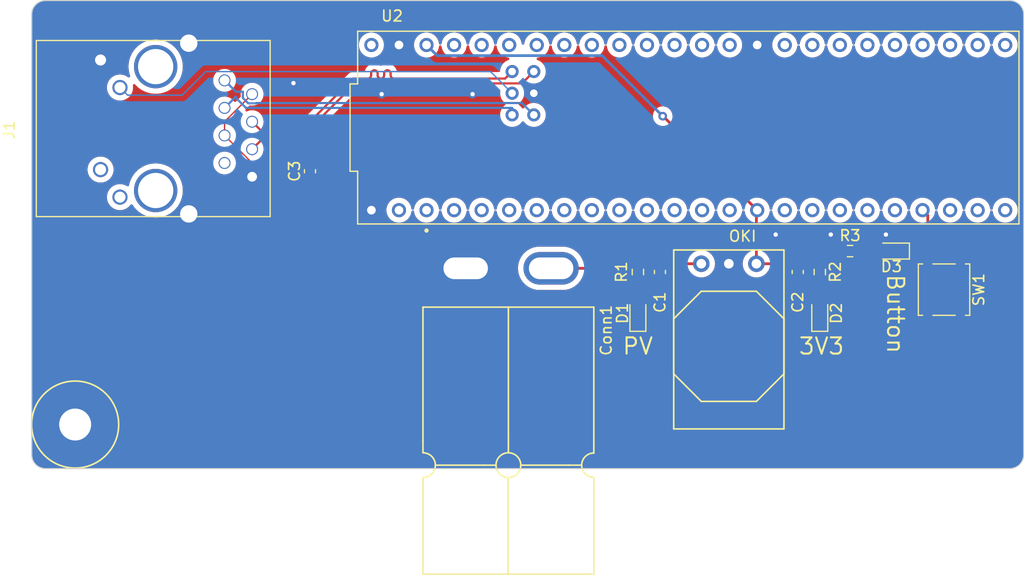
<source format=kicad_pcb>
(kicad_pcb (version 20221018) (generator pcbnew)
  (layers (0 "F.Cu" signal) (31 "B.Cu" signal) (34 "B.Paste" user) (35 "F.Paste" user) (36 "B.SilkS" user "B.Silkscreen") (37 "F.SilkS" user "F.Silkscreen") (38 "B.Mask" user) (39 "F.Mask" user) (44 "Edge.Cuts" user))
  (net 0 "")
  (net 1 "PV")
  (net 2 "GND")
  (net 3 "+3V3")
  (net 4 "Net-(C3-Pad2)")
  (net 5 "Net-(D1-A)")
  (net 6 "Net-(D2-A)")
  (net 7 "Test_Button")
  (net 8 "Net-(D3-A)")
  (net 10 "Net-(J1-Pad10)")
  (net 12 "/T+")
  (net 13 "/T-")
  (net 15 "/R+")
  (net 16 "/R-")
  (footprint "MRDT_Shields:Teensy_4_1_Ethernet" (layer "F.Cu") (at 135.456 57.44)
    (fp_text reference "U2" (at -27.305 -10.295) (layer "F.SilkS"))
    (fp_text value "Teensy4.1_DEV-16771")
    (fp_line (start -31.18 4.03) (end -31.18 -4.03) (stroke (width 0.127)) (layer "F.SilkS"))
    (fp_line (start -30.48 -8.89) (end -30.48 -4.03) (stroke (width 0.127)) (layer "F.SilkS"))
    (fp_line (start -30.48 -8.89) (end 30.48 -8.89) (stroke (width 0.127)) (layer "F.SilkS"))
    (fp_line (start -30.48 -4.03) (end -31.18 -4.03) (stroke (width 0.127)) (layer "F.SilkS"))
    (fp_line (start -30.48 4.03) (end -31.18 4.03) (stroke (width 0.127)) (layer "F.SilkS"))
    (fp_line (start -30.48 8.89) (end -30.48 4.03) (stroke (width 0.127)) (layer "F.SilkS"))
    (fp_line (start 30.48 -8.89) (end 30.48 8.89) (stroke (width 0.127)) (layer "F.SilkS"))
    (fp_line (start 30.48 8.89) (end -30.48 8.89) (stroke (width 0.127)) (layer "F.SilkS"))
    (fp_circle (center -24.13 9.5) (end -24.03 9.5) (stroke (width 0.2)) (fill none) (layer "F.SilkS"))
    (pad "0" thru_hole circle (at -26.67 7.62) (size 1.308 1.308) (drill 0.8) (layers "*.Cu" "*.Mask"))
    (pad "1" thru_hole circle (at -24.13 7.62) (size 1.308 1.308) (drill 0.8) (layers "*.Cu" "*.Mask"))
    (pad "2" thru_hole circle (at -21.59 7.62) (size 1.308 1.308) (drill 0.8) (layers "*.Cu" "*.Mask"))
    (pad "3" thru_hole circle (at -19.05 7.62) (size 1.308 1.308) (drill 0.8) (layers "*.Cu" "*.Mask"))
    (pad "3.3V_1" thru_hole circle (at 6.35 7.62) (size 1.308 1.308) (drill 0.8) (layers "*.Cu" "*.Mask") (net 3 "+3V3"))
    (pad "3.3V_2" thru_hole circle (at -24.13 -7.62) (size 1.308 1.308) (drill 0.8) (layers "*.Cu" "*.Mask") (net 3 "+3V3"))
    (pad "4" thru_hole circle (at -16.51 7.62) (size 1.308 1.308) (drill 0.8) (layers "*.Cu" "*.Mask"))
    (pad "5" thru_hole circle (at -13.97 7.62) (size 1.308 1.308) (drill 0.8) (layers "*.Cu" "*.Mask"))
    (pad "6" thru_hole circle (at -11.43 7.62) (size 1.308 1.308) (drill 0.8) (layers "*.Cu" "*.Mask"))
    (pad "7" thru_hole circle (at -8.89 7.62) (size 1.308 1.308) (drill 0.8) (layers "*.Cu" "*.Mask"))
    (pad "8" thru_hole circle (at -6.35 7.62) (size 1.308 1.308) (drill 0.8) (layers "*.Cu" "*.Mask"))
    (pad "9" thru_hole circle (at -3.81 7.62) (size 1.308 1.308) (drill 0.8) (layers "*.Cu" "*.Mask"))
    (pad "10" thru_hole circle (at -1.27 7.62) (size 1.308 1.308) (drill 0.8) (layers "*.Cu" "*.Mask"))
    (pad "11" thru_hole circle (at 1.27 7.62) (size 1.308 1.308) (drill 0.8) (layers "*.Cu" "*.Mask"))
    (pad "12" thru_hole circle (at 3.81 7.62) (size 1.308 1.308) (drill 0.8) (layers "*.Cu" "*.Mask"))
    (pad "13" thru_hole circle (at 3.81 -7.62) (size 1.308 1.308) (drill 0.8) (layers "*.Cu" "*.Mask"))
    (pad "14" thru_hole circle (at 1.27 -7.62) (size 1.308 1.308) (drill 0.8) (layers "*.Cu" "*.Mask"))
    (pad "15" thru_hole circle (at -1.27 -7.62) (size 1.308 1.308) (drill 0.8) (layers "*.Cu" "*.Mask"))
    (pad "16" thru_hole circle (at -3.81 -7.62) (size 1.308 1.308) (drill 0.8) (layers "*.Cu" "*.Mask"))
    (pad "17" thru_hole circle (at -6.35 -7.62) (size 1.308 1.308) (drill 0.8) (layers "*.Cu" "*.Mask"))
    (pad "18" thru_hole circle (at -8.89 -7.62) (size 1.308 1.308) (drill 0.8) (layers "*.Cu" "*.Mask"))
    (pad "19" thru_hole circle (at -11.43 -7.62) (size 1.308 1.308) (drill 0.8) (layers "*.Cu" "*.Mask"))
    (pad "20" thru_hole circle (at -13.97 -7.62) (size 1.308 1.308) (drill 0.8) (layers "*.Cu" "*.Mask"))
    (pad "21" thru_hole circle (at -16.51 -7.62) (size 1.308 1.308) (drill 0.8) (layers "*.Cu" "*.Mask"))
    (pad "22" thru_hole circle (at -19.05 -7.62) (size 1.308 1.308) (drill 0.8) (layers "*.Cu" "*.Mask"))
    (pad "23" thru_hole circle (at -21.59 -7.62) (size 1.308 1.308) (drill 0.8) (layers "*.Cu" "*.Mask"))
    (pad "24" thru_hole circle (at 8.89 7.62) (size 1.308 1.308) (drill 0.8) (layers "*.Cu" "*.Mask"))
    (pad "25" thru_hole circle (at 11.43 7.62) (size 1.308 1.308) (drill 0.8) (layers "*.Cu" "*.Mask"))
    (pad "26" thru_hole circle (at 13.97 7.62) (size 1.308 1.308) (drill 0.8) (layers "*.Cu" "*.Mask"))
    (pad "27" thru_hole circle (at 16.51 7.62) (size 1.308 1.308) (drill 0.8) (layers "*.Cu" "*.Mask"))
    (pad "28" thru_hole circle (at 19.05 7.62) (size 1.308 1.308) (drill 0.8) (layers "*.Cu" "*.Mask"))
    (pad "29" thru_hole circle (at 21.59 7.62) (size 1.308 1.308) (drill 0.8) (layers "*.Cu" "*.Mask") (net 7 "Test_Button"))
    (pad "30" thru_hole circle (at 24.13 7.62) (size 1.308 1.308) (drill 0.8) (layers "*.Cu" "*.Mask"))
    (pad "31" thru_hole circle (at 26.67 7.62) (size 1.308 1.308) (drill 0.8) (layers "*.Cu" "*.Mask"))
    (pad "32" thru_hole circle (at 29.21 7.62) (size 1.308 1.308) (drill 0.8) (layers "*.Cu" "*.Mask"))
    (pad "33" thru_hole circle (at 29.21 -7.62) (size 1.308 1.308) (drill 0.8) (layers "*.Cu" "*.Mask"))
    (pad "34" thru_hole circle (at 26.67 -7.62) (size 1.308 1.308) (drill 0.8) (layers "*.Cu" "*.Mask"))
    (pad "35" thru_hole circle (at 24.13 -7.62) (size 1.308 1.308) (drill 0.8) (layers "*.Cu" "*.Mask"))
    (pad "36" thru_hole circle (at 21.59 -7.62) (size 1.308 1.308) (drill 0.8) (layers "*.Cu" "*.Mask"))
    (pad "37" thru_hole circle (at 19.05 -7.62) (size 1.308 1.308) (drill 0.8) (layers "*.Cu" "*.Mask"))
    (pad "38" thru_hole circle (at 16.51 -7.62) (size 1.308 1.308) (drill 0.8) (layers "*.Cu" "*.Mask"))
    (pad "39" thru_hole circle (at 13.97 -7.62) (size 1.308 1.308) (drill 0.8) (layers "*.Cu" "*.Mask"))
    (pad "40" thru_hole circle (at 11.43 -7.62) (size 1.308 1.308) (drill 0.8) (layers "*.Cu" "*.Mask"))
    (pad "41" thru_hole circle (at 8.89 -7.62) (size 1.308 1.308) (drill 0.8) (layers "*.Cu" "*.Mask"))
    (pad "GND1" thru_hole circle (at -29.21 7.62) (size 1.308 1.308) (drill 0.8) (layers "*.Cu" "*.Mask") (net 2 "GND"))
    (pad "GND2" thru_hole circle (at 6.35 -7.62) (size 1.308 1.308) (drill 0.8) (layers "*.Cu" "*.Mask") (net 2 "GND"))
    (pad "GND3" thru_hole circle (at -26.67 -7.62) (size 1.308 1.308) (drill 0.8) (layers "*.Cu" "*.Mask") (net 2 "GND"))
    (pad "GND5" thru_hole circle (at -14.24 -3.17) (size 1.208 1.208) (drill 0.7) (layers "*.Cu" "*.Mask") (net 2 "GND"))
    (pad "LED" thru_hole circle (at -16.24 -3.17) (size 1.208 1.208) (drill 0.7) (layers "*.Cu" "*.Mask") (net 10 "Net-(J1-Pad10)"))
    (pad "R+" thru_hole circle (at -16.24 -5.17) (size 1.208 1.208) (drill 0.7) (layers "*.Cu" "*.Mask") (net 15 "/R+"))
    (pad "R-" thru_hole circle (at -14.24 -5.17) (size 1.208 1.208) (drill 0.7) (layers "*.Cu" "*.Mask") (net 16 "/R-"))
    (pad "T+" thru_hole circle (at -14.24 -1.17) (size 1.208 1.208) (drill 0.7) (layers "*.Cu" "*.Mask") (net 12 "/T+"))
    (pad "T-" thru_hole circle (at -16.24 -1.17) (size 1.208 1.208) (drill 0.7) (layers "*.Cu" "*.Mask") (net 13 "/T-"))
    (pad "VIN" thru_hole circle (at -29.21 -7.62) (size 1.308 1.308) (drill 0.8) (layers "*.Cu" "*.Mask"))
  )
  (footprint "MRDT_Connectors:Square_Anderson_2_H_Side_By_Side_PV" (layer "F.Cu") (at 114.635 70.2982 90)
    (fp_text reference "Conn1" (at -5.85 13.25 90) (layer "F.SilkS"))
    (fp_text value "AndersonPP")
    (fp_line (start -28.344 -3.637) (end -28.344 12.111) (stroke (width 0.15)) (layer "F.SilkS"))
    (fp_line (start -28.3186 -3.637) (end -20.5716 -3.637) (stroke (width 0.15)) (layer "F.SilkS"))
    (fp_line (start -28.3186 4.2116) (end -19.4286 4.2116) (stroke (width 0.15)) (layer "F.SilkS"))
    (fp_line (start -20.597 12.111) (end -19.4286 12.111) (stroke (width 0.15)) (layer "F.SilkS"))
    (fp_line (start -20.5716 12.111) (end -28.3186 12.111) (stroke (width 0.15)) (layer "F.SilkS"))
    (fp_line (start -19.4286 -3.637) (end -20.6478 -3.637) (stroke (width 0.15)) (layer "F.SilkS"))
    (fp_line (start -18.2856 -2.494) (end -18.2856 -1.3256) (stroke (width 0.15)) (layer "F.SilkS"))
    (fp_line (start -18.2856 1.951) (end -18.2856 -1.3256) (stroke (width 0.15)) (layer "F.SilkS"))
    (fp_line (start -18.2856 1.951) (end -18.2856 3.094) (stroke (width 0.15)) (layer "F.SilkS"))
    (fp_line (start -18.2856 6.523) (end -18.2856 5.38) (stroke (width 0.15)) (layer "F.SilkS"))
    (fp_line (start -18.2856 6.523) (end -18.2856 9.825) (stroke (width 0.15)) (layer "F.SilkS"))
    (fp_line (start -18.2856 9.7996) (end -18.2856 10.968) (stroke (width 0.15)) (layer "F.SilkS"))
    (fp_line (start -16.025 -3.637) (end -17.1172 -3.637) (stroke (width 0.15)) (layer "F.SilkS"))
    (fp_line (start -15.9996 -3.637) (end -3.706 -3.637) (stroke (width 0.15)) (layer "F.SilkS"))
    (fp_line (start -15.9996 4.237) (end -17.1426 4.237) (stroke (width 0.15)) (layer "F.SilkS"))
    (fp_line (start -15.9996 4.237) (end -3.706 4.237) (stroke (width 0.15)) (layer "F.SilkS"))
    (fp_line (start -15.9996 12.111) (end -3.706 12.111) (stroke (width 0.15)) (layer "F.SilkS"))
    (fp_line (start -15.9742 12.111) (end -17.168 12.111) (stroke (width 0.15)) (layer "F.SilkS"))
    (fp_line (start -3.706 -3.637) (end -3.706 12.111) (stroke (width 0.15)) (layer "F.SilkS"))
    (fp_arc (start -19.4032 12.111) (mid -19.075863 11.320737) (end -18.2856 10.9934) (stroke (width 0.15)) (layer "F.SilkS"))
    (fp_arc (start -18.2856 -2.494) (mid -19.093823 -2.828777) (end -19.4286 -3.637) (stroke (width 0.15)) (layer "F.SilkS"))
    (fp_arc (start -18.2856 10.9934) (mid -17.495337 11.320737) (end -17.168 12.111) (stroke (width 0.15)) (layer "F.SilkS"))
    (fp_arc (start -17.1426 -3.637) (mid -17.477377 -2.828777) (end -18.2856 -2.494) (stroke (width 0.15)) (layer "F.SilkS"))
    (fp_circle (center -18.2856 4.237) (end -18.2856 5.38) (stroke (width 0.15)) (fill none) (layer "F.SilkS"))
    (pad "1" thru_hole oval (at -0.1246 0.3 90) (size 3 5.1) (drill oval 2 4.1) (layers "*.Cu" "*.Mask") (net 2 "GND"))
    (pad "4" thru_hole oval (at -0.1246 8.174 90) (size 3 5.1) (drill oval 2 4.1) (layers "*.Cu" "*.Mask") (net 1 "PV"))
  )
  (footprint "Resistor_SMD:R_0603_1608Metric_Pad0.98x0.95mm_HandSolder" (layer "F.Cu") (at 150.368 68.834)
    (fp_text reference "R3" (at 0 -1.43) (layer "F.SilkS"))
    (fp_text value "120")
    (fp_line (start -0.254724 -0.5225) (end 0.254724 -0.5225) (stroke (width 0.12)) (layer "F.SilkS"))
    (fp_line (start -0.254724 0.5225) (end 0.254724 0.5225) (stroke (width 0.12)) (layer "F.SilkS"))
    (pad "1" smd roundrect (at -0.9125 0) (size 0.975 0.95) (layers "F.Cu" "F.Paste" "F.Mask") (net 3 "+3V3"))
    (pad "2" smd roundrect (at 0.9125 0) (size 0.975 0.95) (layers "F.Cu" "F.Paste" "F.Mask") (net 8 "Net-(D3-A)"))
  )
  (footprint "MRDT_Drill_Holes:4_40_Hole_Corner" (layer "F.Cu") (at 82.94624 80.82788 180)
    (fp_text reference "REF**" hide)
    (fp_text value "4_40_Hole" hide)
    (fp_circle (center 4.00812 -4.00812) (end 4.00812 0.00508) (stroke (width 0.15)) (fill none) (layer "F.SilkS"))
    (pad "" np_thru_hole circle (at 4.00812 -4.00812 180) (size 2.9464 2.9464) (drill 2.9464) (layers "*.Cu" "*.Mask") (clearance 2.5))
  )
  (footprint "Capacitor_SMD:C_0603_1608Metric_Pad1.08x0.95mm_HandSolder" (layer "F.Cu") (at 132.842 70.7625 -90)
    (fp_text reference "C1" (at 2.794 0 90) (layer "F.SilkS"))
    (fp_text value "10uF")
    (fp_line (start -0.146267 -0.51) (end 0.146267 -0.51) (stroke (width 0.12)) (layer "F.SilkS"))
    (fp_line (start -0.146267 0.51) (end 0.146267 0.51) (stroke (width 0.12)) (layer "F.SilkS"))
    (pad "1" smd roundrect (at -0.8625 0 270) (size 1.075 0.95) (layers "F.Cu" "F.Paste" "F.Mask") (net 1 "PV"))
    (pad "2" smd roundrect (at 0.8625 0 270) (size 1.075 0.95) (layers "F.Cu" "F.Paste" "F.Mask") (net 2 "GND"))
  )
  (footprint "LED_SMD:LED_0603_1608Metric_Pad1.05x0.95mm_HandSolder" (layer "F.Cu") (at 130.81 74.5725 90)
    (fp_text reference "D1" (at 0 -1.43 90) (layer "F.SilkS"))
    (fp_text value "Green")
    (fp_line (start -1.66 -0.735) (end -1.66 0.735) (stroke (width 0.12)) (layer "F.SilkS"))
    (fp_line (start -1.66 0.735) (end 0.8 0.735) (stroke (width 0.12)) (layer "F.SilkS"))
    (fp_line (start 0.8 -0.735) (end -1.66 -0.735) (stroke (width 0.12)) (layer "F.SilkS"))
    (pad "1" smd roundrect (at -0.875 0 90) (size 1.05 0.95) (layers "F.Cu" "F.Paste" "F.Mask") (net 2 "GND"))
    (pad "2" smd roundrect (at 0.875 0 90) (size 1.05 0.95) (layers "F.Cu" "F.Paste" "F.Mask") (net 5 "Net-(D1-A)"))
  )
  (footprint "MRDT_Devices:OKI_Horizontal" (layer "F.Cu") (at 136.652 70.0005)
    (fp_text reference "U1" hide)
    (fp_text value "OKI" (at 3.81 -2.54) (layer "F.SilkS"))
    (fp_line (start -2.54 -1.27) (end 7.62 -1.27) (stroke (width 0.15)) (layer "F.SilkS"))
    (fp_line (start -2.54 5.08) (end 0 2.54) (stroke (width 0.15)) (layer "F.SilkS"))
    (fp_line (start -2.54 10.16) (end -2.54 5.08) (stroke (width 0.15)) (layer "F.SilkS"))
    (fp_line (start -2.54 15.24) (end -2.54 -1.27) (stroke (width 0.15)) (layer "F.SilkS"))
    (fp_line (start -2.54 15.24) (end 7.62 15.24) (stroke (width 0.15)) (layer "F.SilkS"))
    (fp_line (start 0 2.54) (end 5.08 2.54) (stroke (width 0.15)) (layer "F.SilkS"))
    (fp_line (start 0 12.7) (end -2.54 10.16) (stroke (width 0.15)) (layer "F.SilkS"))
    (fp_line (start 5.08 2.54) (end 7.62 5.08) (stroke (width 0.15)) (layer "F.SilkS"))
    (fp_line (start 5.08 12.7) (end 0 12.7) (stroke (width 0.15)) (layer "F.SilkS"))
    (fp_line (start 7.62 -1.27) (end 7.62 15.24) (stroke (width 0.15)) (layer "F.SilkS"))
    (fp_line (start 7.62 5.08) (end 7.62 10.16) (stroke (width 0.15)) (layer "F.SilkS"))
    (fp_line (start 7.62 10.16) (end 5.08 12.7) (stroke (width 0.15)) (layer "F.SilkS"))
    (pad "1" thru_hole circle (at 0 0) (size 1.524 1.524) (drill 0.889) (layers "*.Cu" "*.Mask") (net 1 "PV"))
    (pad "2" thru_hole circle (at 2.54 0) (size 1.524 1.524) (drill 0.889) (layers "*.Cu" "*.Mask") (net 2 "GND"))
    (pad "3" thru_hole circle (at 5.08 0) (size 1.524 1.524) (drill 0.889) (layers "*.Cu" "*.Mask") (net 3 "+3V3"))
  )
  (footprint "LED_SMD:LED_0603_1608Metric_Pad1.05x0.95mm_HandSolder" (layer "F.Cu") (at 147.574 74.5725 90)
    (fp_text reference "D2" (at 0 1.524 90) (layer "F.SilkS"))
    (fp_text value "Green")
    (fp_line (start -1.66 -0.735) (end -1.66 0.735) (stroke (width 0.12)) (layer "F.SilkS"))
    (fp_line (start -1.66 0.735) (end 0.8 0.735) (stroke (width 0.12)) (layer "F.SilkS"))
    (fp_line (start 0.8 -0.735) (end -1.66 -0.735) (stroke (width 0.12)) (layer "F.SilkS"))
    (pad "1" smd roundrect (at -0.875 0 90) (size 1.05 0.95) (layers "F.Cu" "F.Paste" "F.Mask") (net 2 "GND"))
    (pad "2" smd roundrect (at 0.875 0 90) (size 1.05 0.95) (layers "F.Cu" "F.Paste" "F.Mask") (net 6 "Net-(D2-A)"))
  )
  (footprint "MRDT_Connectors:RJ45_Teensy" (layer "F.Cu") (at 73.36 57.656 -90)
    (fp_text reference "J1" (at 0 0.5 90) (layer "F.SilkS"))
    (fp_text value "RJ45_LED_Shielded")
    (fp_line (start -8.25 -23.55) (end 8 -23.55) (stroke (width 0.12)) (layer "F.SilkS"))
    (fp_line (start -8.25 -2) (end -8.25 -23.55) (stroke (width 0.12)) (layer "F.SilkS"))
    (fp_line (start -8.25 -2) (end 8 -2) (stroke (width 0.12)) (layer "F.SilkS"))
    (fp_line (start 8 -2) (end 8 -23.55) (stroke (width 0.12)) (layer "F.SilkS"))
    (pad "1" thru_hole circle (at -4.57 -19.35 270) (size 1.1 1.1) (drill 0.9) (layers "*.Cu" "*.Mask") (net 12 "/T+"))
    (pad "2" thru_hole circle (at -3.3 -21.89 270) (size 1.1 1.1) (drill 0.9) (layers "*.Cu" "*.Mask") (net 4 "Net-(C3-Pad2)"))
    (pad "3" thru_hole circle (at -2.03 -19.35 270) (size 1.1 1.1) (drill 0.9) (layers "*.Cu" "*.Mask") (net 13 "/T-"))
    (pad "4" thru_hole circle (at -0.76 -21.89 270) (size 1.1 1.1) (drill 0.9) (layers "*.Cu" "*.Mask") (net 15 "/R+"))
    (pad "5" thru_hole circle (at 0.51 -19.35 270) (size 1.1 1.1) (drill 0.9) (layers "*.Cu" "*.Mask") (net 4 "Net-(C3-Pad2)"))
    (pad "6" thru_hole circle (at 1.78 -21.89 270) (size 1.1 1.1) (drill 0.9) (layers "*.Cu" "*.Mask") (net 16 "/R-"))
    (pad "7" thru_hole circle (at 3.05 -19.35 270) (size 1.1 1.1) (drill 0.9) (layers "*.Cu" "*.Mask"))
    (pad "8" thru_hole circle (at 4.32 -21.89 270) (size 1.1 1.1) (drill 0.9) (layers "*.Cu" "*.Mask") (net 2 "GND"))
    (pad "9" thru_hole circle (at -6.45 -7.92 270) (size 1.4 1.4) (drill 1.02) (layers "*.Cu" "*.Mask") (net 2 "GND"))
    (pad "10" thru_hole circle (at -3.91 -9.71 270) (size 1.4 1.4) (drill 1.02) (layers "*.Cu" "*.Mask") (net 10 "Net-(J1-Pad10)"))
    (pad "11" thru_hole circle (at 3.66 -7.92 270) (size 1.4 1.4) (drill 1.02) (layers "*.Cu" "*.Mask"))
    (pad "12" thru_hole circle (at 6.2 -9.71 270) (size 1.4 1.4) (drill 1.02) (layers "*.Cu" "*.Mask"))
    (pad "13" thru_hole circle (at -5.84 -13 270) (size 4 4) (drill 3.25) (layers "*.Cu" "*.Mask"))
    (pad "14" thru_hole circle (at 5.59 -13 270) (size 4 4) (drill 3.25) (layers "*.Cu" "*.Mask"))
    (pad "SH" thru_hole circle (at -8 -16.05 270) (size 2 2) (drill 1.6) (layers "*.Cu" "*.Mask") (net 2 "GND"))
    (pad "SH" thru_hole circle (at 7.75 -16.05 270) (size 2 2) (drill 1.6) (layers "*.Cu" "*.Mask") (net 2 "GND"))
  )
  (footprint "Resistor_SMD:R_0603_1608Metric_Pad0.98x0.95mm_HandSolder" (layer "F.Cu") (at 130.81 70.7625 -90)
    (fp_text reference "R1" (at 0 1.524 90) (layer "F.SilkS"))
    (fp_text value "3k")
    (fp_line (start -0.254724 -0.5225) (end 0.254724 -0.5225) (stroke (width 0.12)) (layer "F.SilkS"))
    (fp_line (start -0.254724 0.5225) (end 0.254724 0.5225) (stroke (width 0.12)) (layer "F.SilkS"))
    (pad "1" smd roundrect (at -0.9125 0 270) (size 0.975 0.95) (layers "F.Cu" "F.Paste" "F.Mask") (net 1 "PV"))
    (pad "2" smd roundrect (at 0.9125 0 270) (size 0.975 0.95) (layers "F.Cu" "F.Paste" "F.Mask") (net 5 "Net-(D1-A)"))
  )
  (footprint "Capacitor_SMD:C_0603_1608Metric_Pad1.08x0.95mm_HandSolder" (layer "F.Cu") (at 145.542 70.7625 -90)
    (fp_text reference "C2" (at 2.794 0 90) (layer "F.SilkS"))
    (fp_text value "10uF")
    (fp_line (start -0.146267 -0.51) (end 0.146267 -0.51) (stroke (width 0.12)) (layer "F.SilkS"))
    (fp_line (start -0.146267 0.51) (end 0.146267 0.51) (stroke (width 0.12)) (layer "F.SilkS"))
    (pad "1" smd roundrect (at -0.8625 0 270) (size 1.075 0.95) (layers "F.Cu" "F.Paste" "F.Mask") (net 3 "+3V3"))
    (pad "2" smd roundrect (at 0.8625 0 270) (size 1.075 0.95) (layers "F.Cu" "F.Paste" "F.Mask") (net 2 "GND"))
  )
  (footprint "Capacitor_SMD:C_0603_1608Metric_Pad1.08x0.95mm_HandSolder" (layer "F.Cu") (at 100.584 61.468 90)
    (fp_text reference "C3" (at 0 -1.43 90) (layer "F.SilkS"))
    (fp_text value "0.1uF")
    (fp_line (start -0.146267 -0.51) (end 0.146267 -0.51) (stroke (width 0.12)) (layer "F.SilkS"))
    (fp_line (start -0.146267 0.51) (end 0.146267 0.51) (stroke (width 0.12)) (layer "F.SilkS"))
    (pad "1" smd roundrect (at -0.8625 0 90) (size 1.075 0.95) (layers "F.Cu" "F.Paste" "F.Mask") (net 2 "GND"))
    (pad "2" smd roundrect (at 0.8625 0 90) (size 1.075 0.95) (layers "F.Cu" "F.Paste" "F.Mask") (net 4 "Net-(C3-Pad2)"))
  )
  (footprint "Button_Switch_SMD:SW_SPST_TL3305A" (layer "F.Cu") (at 159.028 72.39 -90)
    (fp_text reference "SW1" (at 0 -3.2 90) (layer "F.SilkS"))
    (fp_text value "SW_Push")
    (fp_line (start -2.37 -2.37) (end -2.37 -1.97) (stroke (width 0.12)) (layer "F.SilkS"))
    (fp_line (start -2.37 -2.37) (end 2.37 -2.37) (stroke (width 0.12)) (layer "F.SilkS"))
    (fp_line (start -2.37 1.03) (end -2.37 -1.03) (stroke (width 0.12)) (layer "F.SilkS"))
    (fp_line (start -2.37 2.37) (end -2.37 1.97) (stroke (width 0.12)) (layer "F.SilkS"))
    (fp_line (start -2.37 2.37) (end 2.37 2.37) (stroke (width 0.12)) (layer "F.SilkS"))
    (fp_line (start 2.37 -2.37) (end 2.37 -1.97) (stroke (width 0.12)) (layer "F.SilkS"))
    (fp_line (start 2.37 1.03) (end 2.37 -1.03) (stroke (width 0.12)) (layer "F.SilkS"))
    (fp_line (start 2.37 2.37) (end 2.37 1.97) (stroke (width 0.12)) (layer "F.SilkS"))
    (pad "1" smd rect (at -3.6 -1.5 270) (size 1.6 1.4) (layers "F.Cu" "F.Paste" "F.Mask") (net 2 "GND"))
    (pad "1" smd rect (at 3.6 -1.5 270) (size 1.6 1.4) (layers "F.Cu" "F.Paste" "F.Mask") (net 2 "GND"))
    (pad "2" smd rect (at -3.6 1.5 270) (size 1.6 1.4) (layers "F.Cu" "F.Paste" "F.Mask") (net 7 "Test_Button"))
    (pad "2" smd rect (at 3.6 1.5 270) (size 1.6 1.4) (layers "F.Cu" "F.Paste" "F.Mask") (net 7 "Test_Button"))
  )
  (footprint "Resistor_SMD:R_0603_1608Metric_Pad0.98x0.95mm_HandSolder" (layer "F.Cu") (at 147.574 70.7625 -90)
    (fp_text reference "R2" (at 0 -1.43 90) (layer "F.SilkS"))
    (fp_text value "120")
    (fp_line (start -0.254724 -0.5225) (end 0.254724 -0.5225) (stroke (width 0.12)) (layer "F.SilkS"))
    (fp_line (start -0.254724 0.5225) (end 0.254724 0.5225) (stroke (width 0.12)) (layer "F.SilkS"))
    (pad "1" smd roundrect (at -0.9125 0 270) (size 0.975 0.95) (layers "F.Cu" "F.Paste" "F.Mask") (net 3 "+3V3"))
    (pad "2" smd roundrect (at 0.9125 0 270) (size 0.975 0.95) (layers "F.Cu" "F.Paste" "F.Mask") (net 6 "Net-(D2-A)"))
  )
  (footprint "LED_SMD:LED_0603_1608Metric_Pad1.05x0.95mm_HandSolder" (layer "F.Cu") (at 154.178 68.834 180)
    (fp_text reference "D3" (at 0 -1.43) (layer "F.SilkS"))
    (fp_text value "Blue")
    (fp_line (start -1.66 -0.735) (end -1.66 0.735) (stroke (width 0.12)) (layer "F.SilkS"))
    (fp_line (start -1.66 0.735) (end 0.8 0.735) (stroke (width 0.12)) (layer "F.SilkS"))
    (fp_line (start 0.8 -0.735) (end -1.66 -0.735) (stroke (width 0.12)) (layer "F.SilkS"))
    (pad "1" smd roundrect (at -0.875 0 180) (size 1.05 0.95) (layers "F.Cu" "F.Paste" "F.Mask") (net 7 "Test_Button"))
    (pad "2" smd roundrect (at 0.875 0 180) (size 1.05 0.95) (layers "F.Cu" "F.Paste" "F.Mask") (net 8 "Net-(D3-A)"))
  )
  (gr_arc (start 74.93 46.99) (mid 75.301974 46.091974) (end 76.2 45.72) (stroke (width 0.1)) (layer "Edge.Cuts"))
  (gr_line (start 165.1 88.9) (end 76.2 88.9) (stroke (width 0.1)) (layer "Edge.Cuts"))
  (gr_arc (start 165.1 45.72) (mid 165.998026 46.091974) (end 166.37 46.99) (stroke (width 0.1)) (layer "Edge.Cuts"))
  (gr_line (start 74.93 87.63) (end 74.93 46.99) (stroke (width 0.1)) (layer "Edge.Cuts"))
  (gr_line (start 76.2 45.72) (end 165.1 45.72) (stroke (width 0.1)) (layer "Edge.Cuts"))
  (gr_arc (start 76.2 88.9) (mid 75.301974 88.528026) (end 74.93 87.63) (stroke (width 0.1)) (layer "Edge.Cuts"))
  (gr_arc (start 166.37 87.63) (mid 165.998026 88.528026) (end 165.1 88.9) (stroke (width 0.1)) (layer "Edge.Cuts"))
  (gr_line (start 166.37 46.99) (end 166.37 87.63) (stroke (width 0.1)) (layer "Edge.Cuts"))
  (gr_text "3V3" (at 145.542 78.486) (layer "F.SilkS") (effects (font (size 1.5 1.5) (thickness 0.1875)) (justify left bottom)))
  (gr_text "Button\n" (at 153.67 70.866 -90) (layer "F.SilkS") (effects (font (size 1.5 1.5) (thickness 0.1875)) (justify left bottom)))
  (gr_text "PV" (at 129.286 78.486) (layer "F.SilkS") (effects (font (size 1.5 1.5) (thickness 0.1875)) (justify left bottom)))
  (segment (start 132.842 69.9) (end 132.9425 70.0005) (width 0.254) (layer "F.Cu") (net 1))
  (segment (start 132.9425 70.0005) (end 136.652 70.0005) (width 0.254) (layer "F.Cu") (net 1))
  (segment (start 130.81 69.85) (end 132.792 69.85) (width 0.254) (layer "F.Cu") (net 1))
  (segment (start 130.81 69.85) (end 130.2372 70.4228) (width 0.254) (layer "F.Cu") (net 1))
  (segment (start 132.792 69.85) (end 132.842 69.9) (width 0.254) (layer "F.Cu") (net 1))
  (segment (start 130.2372 70.4228) (end 122.809 70.4228) (width 0.254) (layer "F.Cu") (net 1))
  (via (at 107.188 54.356) (size 0.8) (drill 0.4) (layers "F.Cu" "B.Cu") (net 2))
  (via (at 143.51 67.31) (size 0.8) (drill 0.4) (layers "F.Cu" "B.Cu") (net 2))
  (via (at 153.67 67.31) (size 0.8) (drill 0.4) (layers "F.Cu" "B.Cu") (net 2))
  (via (at 148.59 67.31) (size 0.8) (drill 0.4) (layers "F.Cu" "B.Cu") (net 2))
  (via (at 115.57 54.356) (size 0.8) (drill 0.4) (layers "F.Cu" "B.Cu") (net 2))
  (via (at 99.06 53.34) (size 0.8) (drill 0.4) (layers "F.Cu" "B.Cu") (net 2))
  (segment (start 141.732 65.134) (end 141.806 65.06) (width 0.254) (layer "F.Cu") (net 3))
  (segment (start 141.732 70.0005) (end 145.4415 70.0005) (width 0.254) (layer "F.Cu") (net 3))
  (segment (start 133.134 56.388) (end 133.096 56.388) (width 0.254) (layer "F.Cu") (net 3))
  (segment (start 148.4395 69.85) (end 149.4555 68.834) (width 0.254) (layer "F.Cu") (net 3))
  (segment (start 147.524 69.9) (end 147.574 69.85) (width 0.254) (layer "F.Cu") (net 3))
  (segment (start 141.732 70.0005) (end 141.732 65.134) (width 0.254) (layer "F.Cu") (net 3))
  (segment (start 145.542 69.9) (end 147.524 69.9) (width 0.254) (layer "F.Cu") (net 3))
  (segment (start 145.4415 70.0005) (end 145.542 69.9) (width 0.254) (layer "F.Cu") (net 3))
  (segment (start 141.806 65.06) (end 133.134 56.388) (width 0.254) (layer "F.Cu") (net 3))
  (segment (start 147.574 69.85) (end 148.4395 69.85) (width 0.254) (layer "F.Cu") (net 3))
  (via (at 133.096 56.388) (size 0.8) (drill 0.4) (layers "F.Cu" "B.Cu") (net 3))
  (segment (start 112.307 50.801) (end 111.326 49.82) (width 0.254) (layer "B.Cu") (net 3))
  (segment (start 133.096 56.388) (end 127.509 50.801) (width 0.254) (layer "B.Cu") (net 3))
  (segment (start 127.509 50.801) (end 112.307 50.801) (width 0.254) (layer "B.Cu") (net 3))
  (segment (start 100.584 60.6055) (end 95.1495 60.6055) (width 0.127) (layer "F.Cu") (net 4))
  (segment (start 92.71 58.166) (end 92.71 56.896) (width 0.127) (layer "F.Cu") (net 4))
  (segment (start 92.71 56.896) (end 95.25 54.356) (width 0.127) (layer "F.Cu") (net 4))
  (segment (start 95.1495 60.6055) (end 92.71 58.166) (width 0.127) (layer "F.Cu") (net 4))
  (segment (start 130.81 71.675) (end 130.81 73.6975) (width 0.254) (layer "F.Cu") (net 5))
  (segment (start 147.574 71.675) (end 147.574 73.6975) (width 0.254) (layer "F.Cu") (net 6))
  (segment (start 155.053 68.834) (end 157.484 68.834) (width 0.254) (layer "F.Cu") (net 7))
  (segment (start 157.528 68.79) (end 157.528 65.542) (width 0.254) (layer "F.Cu") (net 7))
  (segment (start 157.528 65.542) (end 157.046 65.06) (width 0.254) (layer "F.Cu") (net 7))
  (segment (start 157.528 68.79) (end 157.528 75.99) (width 0.254) (layer "F.Cu") (net 7))
  (segment (start 157.484 68.834) (end 157.528 68.79) (width 0.254) (layer "F.Cu") (net 7))
  (segment (start 151.2805 68.834) (end 153.303 68.834) (width 0.254) (layer "F.Cu") (net 8))
  (segment (start 117.2185 52.2725) (end 90.9835 52.2725) (width 0.127) (layer "B.Cu") (net 10))
  (segment (start 83.77 54.446) (end 83.07 53.746) (width 0.127) (layer "B.Cu") (net 10))
  (segment (start 88.81 54.446) (end 83.77 54.446) (width 0.127) (layer "B.Cu") (net 10))
  (segment (start 90.9835 52.2725) (end 88.81 54.446) (width 0.127) (layer "B.Cu") (net 10))
  (segment (start 119.216 54.27) (end 117.2185 52.2725) (width 0.127) (layer "B.Cu") (net 10))
  (segment (start 94.4 54.130999) (end 94.4 54.708082) (width 0.2) (layer "B.Cu") (net 12))
  (segment (start 93.754999 54.130999) (end 94.4 54.130999) (width 0.2) (layer "B.Cu") (net 12))
  (segment (start 95.634082 55.174) (end 120.12 55.174) (width 0.2) (layer "B.Cu") (net 12))
  (segment (start 94.897918 55.206) (end 95.602082 55.206) (width 0.2) (layer "B.Cu") (net 12))
  (segment (start 120.12 55.174) (end 121.216 56.27) (width 0.2) (layer "B.Cu") (net 12))
  (segment (start 92.71 53.086) (end 93.754999 54.130999) (width 0.2) (layer "B.Cu") (net 12))
  (segment (start 95.602082 55.206) (end 95.634082 55.174) (width 0.2) (layer "B.Cu") (net 12))
  (segment (start 94.4 54.708082) (end 94.897918 55.206) (width 0.2) (layer "B.Cu") (net 12))
  (segment (start 94.67953 55.62398) (end 93.754999 54.699449) (width 0.2) (layer "B.Cu") (net 13))
  (segment (start 119.216 56.27) (end 119.216 55.62398) (width 0.2) (layer "B.Cu") (net 13))
  (segment (start 93.754999 54.581001) (end 92.71 55.626) (width 0.2) (layer "B.Cu") (net 13))
  (segment (start 119.216 55.62398) (end 94.67953 55.62398) (width 0.2) (layer "B.Cu") (net 13))
  (segment (start 93.754999 54.699449) (end 93.754999 54.581001) (width 0.2) (layer "B.Cu") (net 13))
  (segment (start 106.218 52.61602) (end 106.218 52.451666) (width 0.2) (layer "F.Cu") (net 15))
  (segment (start 96.294999 57.940999) (end 99.536493 57.940999) (width 0.2) (layer "F.Cu") (net 15))
  (segment (start 118.56998 52.91602) (end 119.216 52.27) (width 0.2) (layer "F.Cu") (net 15))
  (segment (start 108.318 52.91602) (end 117.51798 52.91602) (width 0.2) (layer "F.Cu") (net 15))
  (segment (start 108.018 52.451654) (end 108.018 52.61602) (width 0.2) (layer "F.Cu") (net 15))
  (segment (start 107.418 52.61602) (end 107.418 52.451654) (width 0.2) (layer "F.Cu") (net 15))
  (segment (start 104.561472 52.91602) (end 105.918 52.91602) (width 0.2) (layer "F.Cu") (net 15))
  (segment (start 106.818 52.451666) (end 106.818 52.61602) (width 0.2) (layer "F.Cu") (net 15))
  (segment (start 117.51798 52.91602) (end 118.56998 52.91602) (width 0.2) (layer "F.Cu") (net 15))
  (segment (start 95.25 56.896) (end 96.294999 57.940999) (width 0.2) (layer "F.Cu") (net 15))
  (segment (start 99.536493 57.940999) (end 104.561472 52.91602) (width 0.2) (layer "F.Cu") (net 15))
  (arc (start 107.418 52.451654) (mid 107.505868 52.239522) (end 107.718 52.151654) (width 0.2) (layer "F.Cu") (net 15))
  (arc (start 106.818 52.61602) (mid 106.905868 52.828152) (end 107.118 52.91602) (width 0.2) (layer "F.Cu") (net 15))
  (arc (start 105.918 52.91602) (mid 106.130132 52.828152) (end 106.218 52.61602) (width 0.2) (layer "F.Cu") (net 15))
  (arc (start 107.118 52.91602) (mid 107.330132 52.828152) (end 107.418 52.61602) (width 0.2) (layer "F.Cu") (net 15))
  (arc (start 106.218 52.451666) (mid 106.305868 52.239534) (end 106.518 52.151666) (width 0.2) (layer "F.Cu") (net 15))
  (arc (start 108.018 52.61602) (mid 108.105868 52.828152) (end 108.318 52.91602) (width 0.2) (layer "F.Cu") (net 15))
  (arc (start 107.718 52.151654) (mid 107.930132 52.239522) (end 108.018 52.451654) (width 0.2) (layer "F.Cu") (net 15))
  (arc (start 106.518 52.151666) (mid 106.730132 52.239534) (end 106.818 52.451666) (width 0.2) (layer "F.Cu") (net 15))
  (segment (start 104.74786 53.366) (end 120.12 53.366) (width 0.2) (layer "F.Cu") (net 16))
  (segment (start 120.12 53.366) (end 121.216 52.27) (width 0.2) (layer "F.Cu") (net 16))
  (segment (start 99.722859 58.391001) (end 104.74786 53.366) (width 0.2) (layer "F.Cu") (net 16))
  (segment (start 95.25 59.436) (end 96.294999 58.391001) (width 0.2) (layer "F.Cu") (net 16))
  (segment (start 96.294999 58.391001) (end 99.722859 58.391001) (width 0.2) (layer "F.Cu") (net 16))
  (zone (net 2) (net_name "GND") (layers "F&B.Cu") (connect_pads yes (clearance 0.5)) (min_thickness 0.25) (fill yes (thermal_gap 0.5) (thermal_bridge_width 0.5))
    (polygon (pts (xy 74.93 45.72) (xy 166.37 45.72) (xy 166.37 88.9) (xy 74.93 88.9)))
  )
)
</source>
